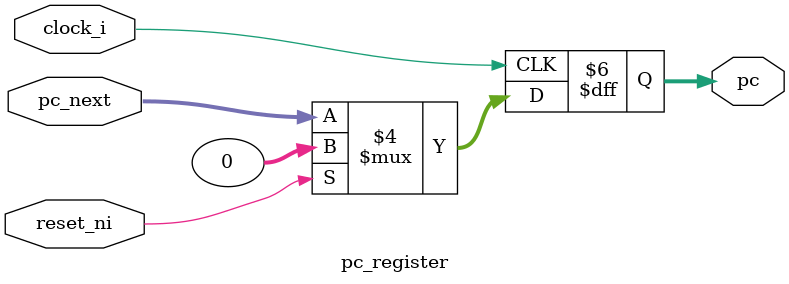
<source format=v>
module pc_register(
    pc_next,             
    pc,          
    clock_i,         
    reset_ni           
);

input [31:0] pc_next;
input  clock_i, reset_ni;
output reg [31:0] pc;

always @(posedge clock_i) begin
    if (reset_ni ==1)
        pc <= 0;
    else 
        pc <= pc_next;
end

endmodule
</source>
